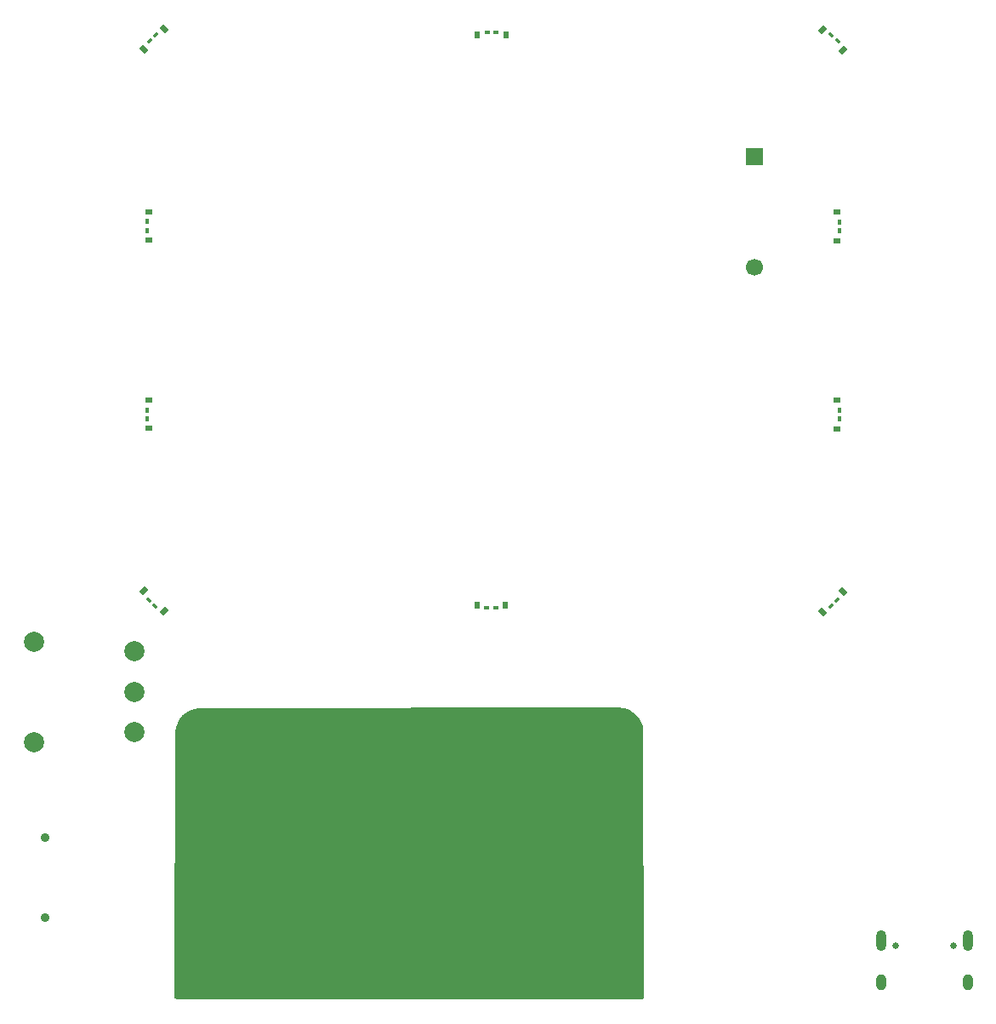
<source format=gts>
%TF.GenerationSoftware,KiCad,Pcbnew,7.0.7*%
%TF.CreationDate,2023-10-15T16:54:31+01:00*%
%TF.ProjectId,mod-player,6d6f642d-706c-4617-9965-722e6b696361,rev?*%
%TF.SameCoordinates,Original*%
%TF.FileFunction,Soldermask,Top*%
%TF.FilePolarity,Negative*%
%FSLAX46Y46*%
G04 Gerber Fmt 4.6, Leading zero omitted, Abs format (unit mm)*
G04 Created by KiCad (PCBNEW 7.0.7) date 2023-10-15 16:54:31*
%MOMM*%
%LPD*%
G01*
G04 APERTURE LIST*
G04 Aperture macros list*
%AMRotRect*
0 Rectangle, with rotation*
0 The origin of the aperture is its center*
0 $1 length*
0 $2 width*
0 $3 Rotation angle, in degrees counterclockwise*
0 Add horizontal line*
21,1,$1,$2,0,0,$3*%
G04 Aperture macros list end*
%ADD10C,0.350000*%
%ADD11C,0.200000*%
%ADD12C,2.000000*%
%ADD13R,0.780000X0.550000*%
%ADD14R,0.340000X0.550000*%
%ADD15RotRect,0.550000X0.780000X225.000000*%
%ADD16RotRect,0.550000X0.340000X225.000000*%
%ADD17RotRect,0.550000X0.780000X135.000000*%
%ADD18RotRect,0.550000X0.340000X135.000000*%
%ADD19R,0.550000X0.780000*%
%ADD20R,0.550000X0.340000*%
%ADD21RotRect,0.550000X0.780000X315.000000*%
%ADD22RotRect,0.550000X0.340000X315.000000*%
%ADD23RotRect,0.550000X0.780000X45.000000*%
%ADD24RotRect,0.550000X0.340000X45.000000*%
%ADD25C,0.900000*%
%ADD26R,1.700000X1.700000*%
%ADD27C,1.700000*%
%ADD28C,0.650000*%
%ADD29O,1.000000X1.600000*%
%ADD30O,1.000000X2.100000*%
G04 APERTURE END LIST*
D10*
X360259774Y-136175753D02*
X360351319Y-109762074D01*
X360258545Y-136205437D02*
X406614774Y-136175753D01*
X362613711Y-107565989D02*
X404272169Y-107506620D01*
X404272169Y-107506620D02*
X404728826Y-107550514D01*
X405154276Y-107677668D01*
X405539398Y-107879282D01*
X405875070Y-108146555D01*
X406152169Y-108470689D01*
X406361576Y-108842881D01*
X406494168Y-109254334D01*
X406540825Y-109696247D01*
X406540825Y-109696247D02*
X406614774Y-136175753D01*
X360351319Y-109762074D02*
X360396714Y-109320030D01*
X360528131Y-108908200D01*
X360736474Y-108535412D01*
X361012647Y-108210490D01*
X361347553Y-107942261D01*
X361732096Y-107739550D01*
X362157181Y-107611184D01*
X362613711Y-107565989D01*
D11*
X405189916Y-107683659D02*
X405697916Y-108013859D01*
X406205916Y-108648859D01*
X406409116Y-109233059D01*
X406409116Y-109868059D01*
X406459916Y-113297059D01*
X406483065Y-136118965D01*
X391067516Y-136131659D01*
X360126836Y-136148649D01*
X360219610Y-109705286D01*
X360435116Y-108877459D01*
X360816116Y-108267859D01*
X361349516Y-107810659D01*
X361959116Y-107582059D01*
X362482002Y-107509201D01*
X404326316Y-107480459D01*
X405189916Y-107683659D01*
G36*
X405189916Y-107683659D02*
G01*
X405697916Y-108013859D01*
X406205916Y-108648859D01*
X406409116Y-109233059D01*
X406409116Y-109868059D01*
X406459916Y-113297059D01*
X406483065Y-136118965D01*
X391067516Y-136131659D01*
X360126836Y-136148649D01*
X360219610Y-109705286D01*
X360435116Y-108877459D01*
X360816116Y-108267859D01*
X361349516Y-107810659D01*
X361959116Y-107582059D01*
X362482002Y-107509201D01*
X404326316Y-107480459D01*
X405189916Y-107683659D01*
G37*
D12*
%TO.C,RV1*%
X346040600Y-100763800D03*
X346040600Y-110763800D03*
X356040600Y-101763800D03*
X356040600Y-105763800D03*
X356040600Y-109763800D03*
%TD*%
D13*
%TO.C,D9*%
X357531562Y-79576920D03*
D14*
X357311562Y-78576920D03*
X357311562Y-77726920D03*
D13*
X357531562Y-76726920D03*
%TD*%
D15*
%TO.C,D12*%
X426561194Y-95770910D03*
D16*
X426009650Y-96633581D03*
X425408610Y-97234621D03*
D15*
X424545939Y-97786165D03*
%TD*%
D17*
%TO.C,D10*%
X358976690Y-97761594D03*
D18*
X358114019Y-97210050D03*
X357512979Y-96609010D03*
D17*
X356961435Y-95746339D03*
%TD*%
D13*
%TO.C,D4*%
X426015637Y-58051280D03*
D14*
X426235637Y-59051280D03*
X426235637Y-59901280D03*
D13*
X426015637Y-60901280D03*
%TD*%
D19*
%TO.C,D6*%
X390192800Y-40385933D03*
D20*
X391192800Y-40165933D03*
X392042800Y-40165933D03*
D19*
X393042800Y-40385933D03*
%TD*%
D21*
%TO.C,D5*%
X424570510Y-39891177D03*
D22*
X425433181Y-40442721D03*
X426034221Y-41043761D03*
D21*
X426585765Y-41906432D03*
%TD*%
D19*
%TO.C,D11*%
X392997800Y-97165237D03*
D20*
X391997800Y-97385237D03*
X391147800Y-97385237D03*
D19*
X390147800Y-97165237D03*
%TD*%
D13*
%TO.C,D13*%
X426015637Y-76771920D03*
D14*
X426235637Y-77771920D03*
X426235637Y-78621920D03*
D13*
X426015637Y-79621920D03*
%TD*%
D23*
%TO.C,D7*%
X356986006Y-41881861D03*
D24*
X357537550Y-41019190D03*
X358138590Y-40418150D03*
D23*
X359001261Y-39866606D03*
%TD*%
D13*
%TO.C,D8*%
X357531562Y-60856280D03*
D14*
X357311562Y-59856280D03*
X357311562Y-59006280D03*
D13*
X357531562Y-58006280D03*
%TD*%
D25*
%TO.C,J2*%
X347145910Y-120250800D03*
X347145910Y-128250800D03*
%TD*%
D26*
%TO.C,BT1*%
X417804800Y-52508000D03*
D27*
X417804800Y-63508000D03*
%TD*%
D28*
%TO.C,J1*%
X437574800Y-130975600D03*
X431794800Y-130975600D03*
D29*
X439004800Y-134655600D03*
D30*
X439004800Y-130475600D03*
D29*
X430364800Y-134655600D03*
D30*
X430364800Y-130475600D03*
%TD*%
M02*

</source>
